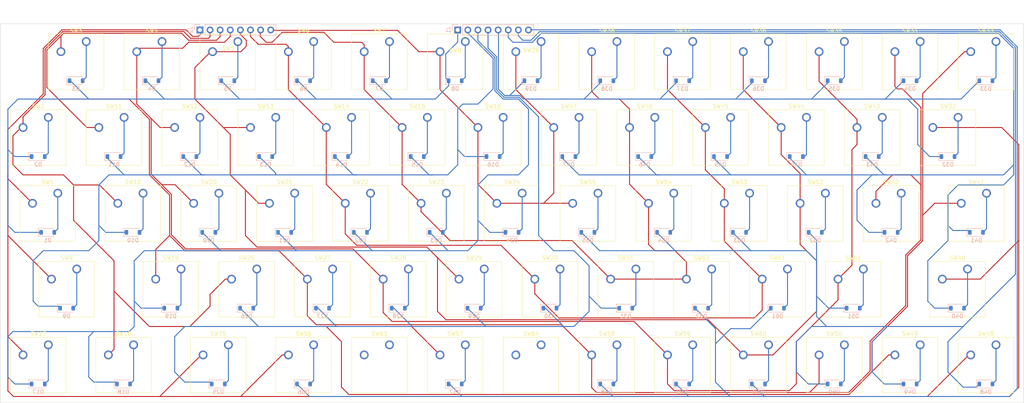
<source format=kicad_pcb>
(kicad_pcb (version 20221018) (generator pcbnew)

  (general
    (thickness 1.6)
  )

  (paper "A3")
  (layers
    (0 "F.Cu" signal)
    (31 "B.Cu" signal)
    (32 "B.Adhes" user "B.Adhesive")
    (33 "F.Adhes" user "F.Adhesive")
    (34 "B.Paste" user)
    (35 "F.Paste" user)
    (36 "B.SilkS" user "B.Silkscreen")
    (37 "F.SilkS" user "F.Silkscreen")
    (38 "B.Mask" user)
    (39 "F.Mask" user)
    (40 "Dwgs.User" user "User.Drawings")
    (41 "Cmts.User" user "User.Comments")
    (42 "Eco1.User" user "User.Eco1")
    (43 "Eco2.User" user "User.Eco2")
    (44 "Edge.Cuts" user)
    (45 "Margin" user)
    (46 "B.CrtYd" user "B.Courtyard")
    (47 "F.CrtYd" user "F.Courtyard")
    (48 "B.Fab" user)
    (49 "F.Fab" user)
    (50 "User.1" user)
    (51 "User.2" user)
    (52 "User.3" user)
    (53 "User.4" user)
    (54 "User.5" user)
    (55 "User.6" user)
    (56 "User.7" user)
    (57 "User.8" user)
    (58 "User.9" user)
  )

  (setup
    (pad_to_mask_clearance 0)
    (pcbplotparams
      (layerselection 0x00010fc_ffffffff)
      (plot_on_all_layers_selection 0x0000000_00000000)
      (disableapertmacros false)
      (usegerberextensions false)
      (usegerberattributes true)
      (usegerberadvancedattributes true)
      (creategerberjobfile true)
      (dashed_line_dash_ratio 12.000000)
      (dashed_line_gap_ratio 3.000000)
      (svgprecision 4)
      (plotframeref false)
      (viasonmask false)
      (mode 1)
      (useauxorigin false)
      (hpglpennumber 1)
      (hpglpenspeed 20)
      (hpglpendiameter 15.000000)
      (dxfpolygonmode true)
      (dxfimperialunits true)
      (dxfusepcbnewfont true)
      (psnegative false)
      (psa4output false)
      (plotreference true)
      (plotvalue true)
      (plotinvisibletext false)
      (sketchpadsonfab false)
      (subtractmaskfromsilk false)
      (outputformat 1)
      (mirror false)
      (drillshape 1)
      (scaleselection 1)
      (outputdirectory "")
    )
  )

  (net 0 "")
  (net 1 "Net-(D1-K)")
  (net 2 "Net-(D1-A)")
  (net 3 "Net-(D10-A)")
  (net 4 "Net-(D10-K)")
  (net 5 "Net-(D17-K)")
  (net 6 "Net-(D17-A)")
  (net 7 "Net-(D25-K)")
  (net 8 "Net-(D25-A)")
  (net 9 "Net-(D32-K)")
  (net 10 "Net-(D33-A)")
  (net 11 "Net-(D40-K)")
  (net 12 "Net-(D41-A)")
  (net 13 "Net-(D48-K)")
  (net 14 "Net-(D49-A)")
  (net 15 "Net-(D56-K)")
  (net 16 "Net-(D56-A)")
  (net 17 "Net-(J2-Pin_1)")
  (net 18 "Net-(J2-Pin_2)")
  (net 19 "Net-(J2-Pin_3)")
  (net 20 "Net-(J2-Pin_4)")
  (net 21 "Net-(J2-Pin_5)")
  (net 22 "Net-(J2-Pin_6)")
  (net 23 "Net-(J2-Pin_7)")
  (net 24 "Net-(J2-Pin_8)")
  (net 25 "unconnected-(SW63-Pad1)")
  (net 26 "unconnected-(SW63-Pad2)")
  (net 27 "unconnected-(SW64-Pad1)")
  (net 28 "unconnected-(SW64-Pad2)")
  (net 29 "Net-(D2-A)")
  (net 30 "Net-(D3-A)")
  (net 31 "Net-(D4-A)")
  (net 32 "Net-(D5-A)")
  (net 33 "Net-(D6-A)")
  (net 34 "Net-(D7-A)")
  (net 35 "Net-(D8-A)")
  (net 36 "Net-(D9-A)")
  (net 37 "Net-(D11-A)")
  (net 38 "Net-(D12-A)")
  (net 39 "Net-(D13-A)")
  (net 40 "Net-(D14-A)")
  (net 41 "Net-(D15-A)")
  (net 42 "Net-(D16-A)")
  (net 43 "Net-(D18-A)")
  (net 44 "Net-(D19-A)")
  (net 45 "Net-(D20-A)")
  (net 46 "Net-(D21-A)")
  (net 47 "Net-(D22-A)")
  (net 48 "Net-(D23-A)")
  (net 49 "Net-(D24-A)")
  (net 50 "Net-(D26-A)")
  (net 51 "Net-(D27-A)")
  (net 52 "Net-(D28-A)")
  (net 53 "Net-(D29-A)")
  (net 54 "Net-(D30-A)")
  (net 55 "Net-(D31-A)")
  (net 56 "Net-(D32-A)")
  (net 57 "Net-(D34-A)")
  (net 58 "Net-(D35-A)")
  (net 59 "Net-(D36-A)")
  (net 60 "Net-(D37-A)")
  (net 61 "Net-(D38-A)")
  (net 62 "Net-(D39-A)")
  (net 63 "Net-(D40-A)")
  (net 64 "Net-(D42-A)")
  (net 65 "Net-(D43-A)")
  (net 66 "Net-(D44-A)")
  (net 67 "Net-(D45-A)")
  (net 68 "Net-(D46-A)")
  (net 69 "Net-(D47-A)")
  (net 70 "Net-(D48-A)")
  (net 71 "Net-(D50-A)")
  (net 72 "Net-(D51-A)")
  (net 73 "Net-(D52-A)")
  (net 74 "Net-(D53-A)")
  (net 75 "Net-(D54-A)")
  (net 76 "Net-(D55-A)")
  (net 77 "Net-(D57-A)")
  (net 78 "Net-(D58-A)")
  (net 79 "Net-(D59-A)")
  (net 80 "Net-(D60-A)")
  (net 81 "Net-(D61-A)")
  (net 82 "Net-(D62-A)")

  (footprint "Button_Switch_Keyboard:SW_Cherry_MX_1.00u_PCB" (layer "F.Cu") (at 285.75 116.36375))

  (footprint "Button_Switch_Keyboard:SW_Cherry_MX_1.00u_PCB" (layer "F.Cu") (at 261.9375 154.46375))

  (footprint "Button_Switch_Keyboard:SW_Cherry_MX_1.00u_PCB" (layer "F.Cu") (at 114.3 116.36375))

  (footprint "Button_Switch_Keyboard:SW_Cherry_MX_1.00u_PCB" (layer "F.Cu") (at 252.4125 135.41375))

  (footprint "Button_Switch_Keyboard:SW_Cherry_MX_1.25u_PCB" (layer "F.Cu") (at 140.49375 173.51375))

  (footprint "Button_Switch_Keyboard:SW_Cherry_MX_1.00u_PCB" (layer "F.Cu") (at 276.225 173.51375))

  (footprint "Button_Switch_Keyboard:SW_Cherry_MX_1.00u_PCB" (layer "F.Cu") (at 257.175 97.31375))

  (footprint "Button_Switch_Keyboard:SW_Cherry_MX_1.00u_PCB" (layer "F.Cu") (at 214.3125 135.41375))

  (footprint "Button_Switch_Keyboard:SW_Cherry_MX_1.00u_PCB" (layer "F.Cu") (at 180.975 97.31375))

  (footprint "Button_Switch_Keyboard:SW_Cherry_MX_1.00u_PCB" (layer "F.Cu") (at 200.025 173.51375))

  (footprint "Button_Switch_Keyboard:SW_Cherry_MX_1.00u_PCB" (layer "F.Cu") (at 200.025 97.31375))

  (footprint "Button_Switch_Keyboard:SW_Cherry_MX_1.00u_PCB" (layer "F.Cu") (at 233.3625 135.41375))

  (footprint "Button_Switch_Keyboard:SW_Cherry_MX_1.00u_PCB" (layer "F.Cu") (at 304.8 116.36375))

  (footprint "Button_Switch_Keyboard:SW_Cherry_MX_1.00u_PCB" (layer "F.Cu") (at 95.25 116.36375))

  (footprint "Button_Switch_Keyboard:SW_Cherry_MX_1.00u_PCB" (layer "F.Cu") (at 295.275 97.31375))

  (footprint "Button_Switch_Keyboard:SW_Cherry_MX_1.00u_PCB" (layer "F.Cu") (at 147.6375 154.46375))

  (footprint "Button_Switch_Keyboard:SW_Cherry_MX_1.00u_PCB" (layer "F.Cu") (at 152.4 116.36375))

  (footprint "Button_Switch_Keyboard:SW_Cherry_MX_1.00u_PCB" (layer "F.Cu") (at 290.5125 135.41375))

  (footprint "Button_Switch_Keyboard:SW_Cherry_MX_1.00u_PCB" (layer "F.Cu") (at 119.0625 135.41375))

  (footprint "Button_Switch_Keyboard:SW_Cherry_MX_1.00u_PCB" (layer "F.Cu") (at 142.875 97.31375))

  (footprint "Button_Switch_Keyboard:SW_Cherry_MX_1.00u_PCB" (layer "F.Cu") (at 276.225 97.31375))

  (footprint "Button_Switch_Keyboard:SW_Cherry_MX_1.00u_PCB" (layer "F.Cu") (at 323.85 116.36375))

  (footprint "Button_Switch_Keyboard:SW_Cherry_MX_1.00u_PCB" (layer "F.Cu") (at 309.5625 135.41375))

  (footprint "Button_Switch_Keyboard:SW_Cherry_MX_1.00u_PCB" (layer "F.Cu") (at 185.7375 154.46375))

  (footprint "Button_Switch_Keyboard:SW_Cherry_MX_1.25u_PCB" (layer "F.Cu") (at 97.63125 135.41375))

  (footprint "Button_Switch_Keyboard:SW_Cherry_MX_1.00u_PCB" (layer "F.Cu") (at 219.075 173.51375))

  (footprint "Button_Switch_Keyboard:SW_Cherry_MX_1.00u_PCB" (layer "F.Cu") (at 280.9875 154.46375))

  (footprint "Button_Switch_Keyboard:SW_Cherry_MX_1.00u_PCB" (layer "F.Cu") (at 204.7875 154.46375))

  (footprint "Button_Switch_Keyboard:SW_Cherry_MX_1.00u_PCB" (layer "F.Cu") (at 300.0375 154.46375))

  (footprint "Button_Switch_Keyboard:SW_Cherry_MX_1.00u_PCB" (layer "F.Cu") (at 247.65 116.36375))

  (footprint "Button_Switch_Keyboard:SW_Cherry_MX_1.00u_PCB" (layer "F.Cu") (at 257.175 173.51375))

  (footprint "Button_Switch_Keyboard:SW_Cherry_MX_1.00u_PCB" (layer "F.Cu") (at 133.35 116.36375))

  (footprint "Button_Switch_Keyboard:SW_Cherry_MX_1.00u_PCB" (layer "F.Cu") (at 161.925 173.51375))

  (footprint "Button_Switch_Keyboard:SW_Cherry_MX_1.00u_PCB" (layer "F.Cu") (at 209.55 116.36375))

  (footprint "Button_Switch_Keyboard:SW_Cherry_MX_1.00u_PCB" (layer "F.Cu") (at 95.25 173.51375))

  (footprint "Button_Switch_Keyboard:SW_Cherry_MX_1.25u_PCB" (layer "F.Cu") (at 330.99375 135.41375))

  (footprint "Button_Switch_Keyboard:SW_Cherry_MX_1.00u_PCB" (layer "F.Cu") (at 128.5875 154.46375))

  (footprint "Button_Switch_Keyboard:SW_Cherry_MX_1.00u_PCB" (layer "F.Cu") (at 333.375 173.51375))

  (footprint "Button_Switch_Keyboard:SW_Cherry_MX_1.00u_PCB" (layer "F.Cu") (at 238.125 97.31375))

  (footprint "Button_Switch_Keyboard:SW_Cherry_MX_1.00u_PCB" (layer "F.Cu") (at 223.8375 154.46375))

  (footprint "Button_Switch_Keyboard:SW_Cherry_MX_1.00u_PCB" (layer "F.Cu") (at 219.075 97.31375))

  (footprint "Button_Switch_Keyboard:SW_Cherry_MX_1.00u_PCB" (layer "F.Cu")
    (tstamp a29d0987-fc1b-479e-89c1-4957eae3384f)
    (at 271.4625 135.41375)
    (descr "Cherry MX keyswitch, 1.00u, PCB mount, http://cherryamericas.com/wp-content/uploads/2014/12/mx_cat.pdf")
    (tags "Cherry MX keyswitch 1.00u PCB")
    (property "Sheetfile" "xantronix-z32.kicad_sch")
    (property "Sheetname" "")
    (property "ki_description" "Push button switch, generic, two pins")
    (property "ki_keywords" "switch normally-open pushbutton push-button")
    (path "/e818bc00-1e8f-44e3-b9f4-0bae43ab4fb8")
    (attr through_hole)
    (fp_text reference "SW53" (at -2.54 -2.794) (layer "F.SilkS")
        (effects (font (size 1 1) (thickness 0.15)))
      (tstamp cb3cf7f9-8c81-468e-8413-26def3be3526)
    )
    (fp_text value "SW_Push" (at -2.54 12.954) (layer "F.Fab")
        (effects (font (size 1 1) (thickness 0.15)))
      (tstamp 5182fbc3-0c7b-453c-aafd-532198d8e30e)
    )
    (fp_text user "${REFERENCE}" (at -2.54 -2.794) (layer "F.Fab")
        (effects (font (size 1 1) (thickness 0.15)))
      (tstamp 68a1dcc7-8161-4f6b-9b42-7c6638961b1c)
    )
    (fp_line (start -9.525 -1.905) (end 4.445 -1.905)
      (stroke (width 0.12) (type solid)) (layer "F.SilkS") (tstamp 08667e8a-8c72-429f-b2e6-5db12ca88ec3))
    (fp_line (start -9.525 12.065) (end -9.525 -1.905)
      (stroke (width 0.12) (type solid)) (layer "F.SilkS") (tstamp 0c747d89-b9cd-4ce8-9ab2-10088c866c2a))
    (fp_line (start 4.445 -1.905) (end 4.445 12.065)
      (stroke (width 0.12) (type solid)) (layer "F.SilkS") (tstamp f19d8e3e-1608-4cbf-9820-4000cc5e77a2))
    (fp_line (start 4.445 12.065) (end -9.525 12.065)
      (stroke (width 0.12) (type solid)) (layer "F.SilkS") (tstamp 4c4f0c93-87ab-4c00-841e-6a65574447aa))
    (fp_line (start -12.065 -4.445) (end 6.985 -4.445)
      (stroke (width 0.15) (type solid)) (layer "Dwgs.User") (tstamp e7e1ea46-d40c-432d-9e55-5a9b96b52741))
    (fp_line (start -12.065 14.605) (end -12.065 -4.445)
      (stroke (width 0.15) (type solid)) (layer "Dwgs.User") (tstamp 8db66b3b-fa37-4c8f-aaa0-111a725d8bc4))
    (fp_line (start 6.985 -4.445) (end 6.985 14.605)
      (stroke (width 0.15) (type solid)) (layer "Dwgs.User") (tstamp b1ad30f7-8a1d-476a-a2c5-5037a5d7450c))
    (fp_line (start 6.985 14.605) (end -12.065 14.605)
      (stroke (width 0.15) (type solid)) (layer "Dwgs.User") (tstamp 4924eca8-f13b-43e7-a3d0-2f8a8208b8df))
    (fp_line (start -9.14 -1.52) (end 4.06 -1.52)
      (stroke (width 0.05) (type solid)) (layer "F.CrtYd") (tstamp 4c571deb-
... [486592 chars truncated]
</source>
